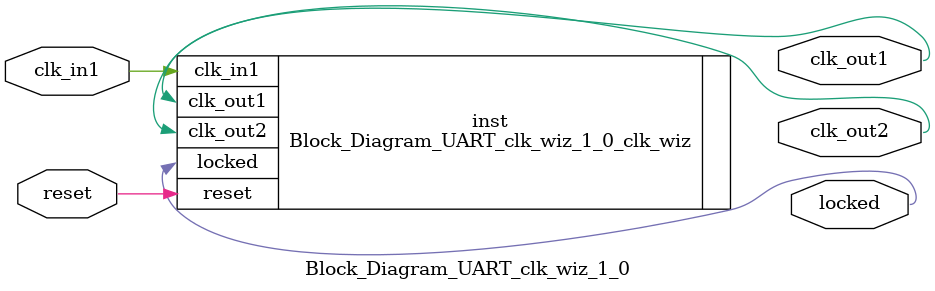
<source format=v>


`timescale 1ps/1ps

(* CORE_GENERATION_INFO = "Block_Diagram_UART_clk_wiz_1_0,clk_wiz_v6_0_15_0_0,{component_name=Block_Diagram_UART_clk_wiz_1_0,use_phase_alignment=true,use_min_o_jitter=false,use_max_i_jitter=false,use_dyn_phase_shift=false,use_inclk_switchover=false,use_dyn_reconfig=false,enable_axi=0,feedback_source=FDBK_AUTO,PRIMITIVE=MMCM,num_out_clk=2,clkin1_period=10.000,clkin2_period=10.000,use_power_down=false,use_reset=true,use_locked=true,use_inclk_stopped=false,feedback_type=SINGLE,CLOCK_MGR_TYPE=NA,manual_override=false}" *)

module Block_Diagram_UART_clk_wiz_1_0 
 (
  // Clock out ports
  output        clk_out1,
  output        clk_out2,
  // Status and control signals
  input         reset,
  output        locked,
 // Clock in ports
  input         clk_in1
 );

  Block_Diagram_UART_clk_wiz_1_0_clk_wiz inst
  (
  // Clock out ports  
  .clk_out1(clk_out1),
  .clk_out2(clk_out2),
  // Status and control signals               
  .reset(reset), 
  .locked(locked),
 // Clock in ports
  .clk_in1(clk_in1)
  );

endmodule

</source>
